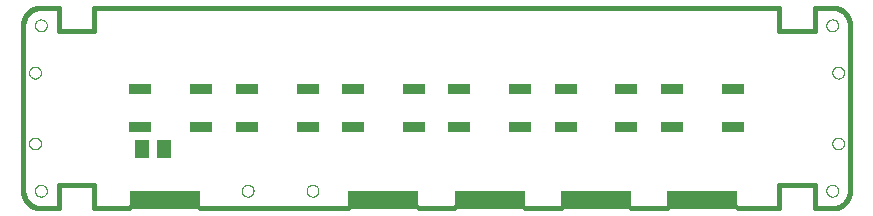
<source format=gtp>
G75*
%MOIN*%
%OFA0B0*%
%FSLAX25Y25*%
%IPPOS*%
%LPD*%
%AMOC8*
5,1,8,0,0,1.08239X$1,22.5*
%
%ADD10C,0.01600*%
%ADD11C,0.00000*%
%ADD12C,0.01200*%
%ADD13R,0.07600X0.03800*%
%ADD14R,0.23622X0.05906*%
%ADD15R,0.05118X0.06299*%
D10*
X0049997Y0025656D02*
X0055902Y0025656D01*
X0055902Y0033530D01*
X0067713Y0033530D01*
X0067713Y0025656D01*
X0079524Y0025656D01*
X0103146Y0025656D02*
X0152359Y0025656D01*
X0175981Y0025656D02*
X0187792Y0025656D01*
X0211414Y0025656D02*
X0223225Y0025656D01*
X0246847Y0025656D02*
X0258658Y0025656D01*
X0282280Y0025656D02*
X0296060Y0025656D01*
X0296060Y0033530D01*
X0307871Y0033530D01*
X0307871Y0025656D01*
X0313776Y0025656D01*
X0313776Y0025655D02*
X0313928Y0025657D01*
X0314080Y0025663D01*
X0314232Y0025673D01*
X0314383Y0025686D01*
X0314534Y0025704D01*
X0314685Y0025725D01*
X0314835Y0025751D01*
X0314984Y0025780D01*
X0315133Y0025813D01*
X0315280Y0025850D01*
X0315427Y0025890D01*
X0315572Y0025935D01*
X0315716Y0025983D01*
X0315859Y0026035D01*
X0316001Y0026090D01*
X0316141Y0026149D01*
X0316280Y0026212D01*
X0316417Y0026278D01*
X0316552Y0026348D01*
X0316685Y0026421D01*
X0316816Y0026498D01*
X0316946Y0026578D01*
X0317073Y0026661D01*
X0317198Y0026747D01*
X0317321Y0026837D01*
X0317441Y0026930D01*
X0317559Y0027026D01*
X0317675Y0027125D01*
X0317788Y0027227D01*
X0317898Y0027331D01*
X0318006Y0027439D01*
X0318110Y0027549D01*
X0318212Y0027662D01*
X0318311Y0027778D01*
X0318407Y0027896D01*
X0318500Y0028016D01*
X0318590Y0028139D01*
X0318676Y0028264D01*
X0318759Y0028391D01*
X0318839Y0028521D01*
X0318916Y0028652D01*
X0318989Y0028785D01*
X0319059Y0028920D01*
X0319125Y0029057D01*
X0319188Y0029196D01*
X0319247Y0029336D01*
X0319302Y0029478D01*
X0319354Y0029621D01*
X0319402Y0029765D01*
X0319447Y0029910D01*
X0319487Y0030057D01*
X0319524Y0030204D01*
X0319557Y0030353D01*
X0319586Y0030502D01*
X0319612Y0030652D01*
X0319633Y0030803D01*
X0319651Y0030954D01*
X0319664Y0031105D01*
X0319674Y0031257D01*
X0319680Y0031409D01*
X0319682Y0031561D01*
X0319682Y0086679D01*
X0319680Y0086831D01*
X0319674Y0086983D01*
X0319664Y0087135D01*
X0319651Y0087286D01*
X0319633Y0087437D01*
X0319612Y0087588D01*
X0319586Y0087738D01*
X0319557Y0087887D01*
X0319524Y0088036D01*
X0319487Y0088183D01*
X0319447Y0088330D01*
X0319402Y0088475D01*
X0319354Y0088619D01*
X0319302Y0088762D01*
X0319247Y0088904D01*
X0319188Y0089044D01*
X0319125Y0089183D01*
X0319059Y0089320D01*
X0318989Y0089455D01*
X0318916Y0089588D01*
X0318839Y0089719D01*
X0318759Y0089849D01*
X0318676Y0089976D01*
X0318590Y0090101D01*
X0318500Y0090224D01*
X0318407Y0090344D01*
X0318311Y0090462D01*
X0318212Y0090578D01*
X0318110Y0090691D01*
X0318006Y0090801D01*
X0317898Y0090909D01*
X0317788Y0091013D01*
X0317675Y0091115D01*
X0317559Y0091214D01*
X0317441Y0091310D01*
X0317321Y0091403D01*
X0317198Y0091493D01*
X0317073Y0091579D01*
X0316946Y0091662D01*
X0316816Y0091742D01*
X0316685Y0091819D01*
X0316552Y0091892D01*
X0316417Y0091962D01*
X0316280Y0092028D01*
X0316141Y0092091D01*
X0316001Y0092150D01*
X0315859Y0092205D01*
X0315716Y0092257D01*
X0315572Y0092305D01*
X0315427Y0092350D01*
X0315280Y0092390D01*
X0315133Y0092427D01*
X0314984Y0092460D01*
X0314835Y0092489D01*
X0314685Y0092515D01*
X0314534Y0092536D01*
X0314383Y0092554D01*
X0314232Y0092567D01*
X0314080Y0092577D01*
X0313928Y0092583D01*
X0313776Y0092585D01*
X0307871Y0092585D01*
X0307871Y0084711D01*
X0296060Y0084711D01*
X0296060Y0092585D01*
X0067713Y0092585D01*
X0067713Y0084711D01*
X0055902Y0084711D01*
X0055902Y0092585D01*
X0049997Y0092585D01*
X0049845Y0092583D01*
X0049693Y0092577D01*
X0049541Y0092567D01*
X0049390Y0092554D01*
X0049239Y0092536D01*
X0049088Y0092515D01*
X0048938Y0092489D01*
X0048789Y0092460D01*
X0048640Y0092427D01*
X0048493Y0092390D01*
X0048346Y0092350D01*
X0048201Y0092305D01*
X0048057Y0092257D01*
X0047914Y0092205D01*
X0047772Y0092150D01*
X0047632Y0092091D01*
X0047493Y0092028D01*
X0047356Y0091962D01*
X0047221Y0091892D01*
X0047088Y0091819D01*
X0046957Y0091742D01*
X0046827Y0091662D01*
X0046700Y0091579D01*
X0046575Y0091493D01*
X0046452Y0091403D01*
X0046332Y0091310D01*
X0046214Y0091214D01*
X0046098Y0091115D01*
X0045985Y0091013D01*
X0045875Y0090909D01*
X0045767Y0090801D01*
X0045663Y0090691D01*
X0045561Y0090578D01*
X0045462Y0090462D01*
X0045366Y0090344D01*
X0045273Y0090224D01*
X0045183Y0090101D01*
X0045097Y0089976D01*
X0045014Y0089849D01*
X0044934Y0089719D01*
X0044857Y0089588D01*
X0044784Y0089455D01*
X0044714Y0089320D01*
X0044648Y0089183D01*
X0044585Y0089044D01*
X0044526Y0088904D01*
X0044471Y0088762D01*
X0044419Y0088619D01*
X0044371Y0088475D01*
X0044326Y0088330D01*
X0044286Y0088183D01*
X0044249Y0088036D01*
X0044216Y0087887D01*
X0044187Y0087738D01*
X0044161Y0087588D01*
X0044140Y0087437D01*
X0044122Y0087286D01*
X0044109Y0087135D01*
X0044099Y0086983D01*
X0044093Y0086831D01*
X0044091Y0086679D01*
X0044091Y0031561D01*
X0044093Y0031409D01*
X0044099Y0031257D01*
X0044109Y0031105D01*
X0044122Y0030954D01*
X0044140Y0030803D01*
X0044161Y0030652D01*
X0044187Y0030502D01*
X0044216Y0030353D01*
X0044249Y0030204D01*
X0044286Y0030057D01*
X0044326Y0029910D01*
X0044371Y0029765D01*
X0044419Y0029621D01*
X0044471Y0029478D01*
X0044526Y0029336D01*
X0044585Y0029196D01*
X0044648Y0029057D01*
X0044714Y0028920D01*
X0044784Y0028785D01*
X0044857Y0028652D01*
X0044934Y0028521D01*
X0045014Y0028391D01*
X0045097Y0028264D01*
X0045183Y0028139D01*
X0045273Y0028016D01*
X0045366Y0027896D01*
X0045462Y0027778D01*
X0045561Y0027662D01*
X0045663Y0027549D01*
X0045767Y0027439D01*
X0045875Y0027331D01*
X0045985Y0027227D01*
X0046098Y0027125D01*
X0046214Y0027026D01*
X0046332Y0026930D01*
X0046452Y0026837D01*
X0046575Y0026747D01*
X0046700Y0026661D01*
X0046827Y0026578D01*
X0046957Y0026498D01*
X0047088Y0026421D01*
X0047221Y0026348D01*
X0047356Y0026278D01*
X0047493Y0026212D01*
X0047632Y0026149D01*
X0047772Y0026090D01*
X0047914Y0026035D01*
X0048057Y0025983D01*
X0048201Y0025935D01*
X0048346Y0025890D01*
X0048493Y0025850D01*
X0048640Y0025813D01*
X0048789Y0025780D01*
X0048938Y0025751D01*
X0049088Y0025725D01*
X0049239Y0025704D01*
X0049390Y0025686D01*
X0049541Y0025673D01*
X0049693Y0025663D01*
X0049845Y0025657D01*
X0049997Y0025655D01*
D11*
X0048028Y0031561D02*
X0048030Y0031649D01*
X0048036Y0031737D01*
X0048046Y0031825D01*
X0048060Y0031913D01*
X0048077Y0031999D01*
X0048099Y0032085D01*
X0048124Y0032169D01*
X0048154Y0032253D01*
X0048186Y0032335D01*
X0048223Y0032415D01*
X0048263Y0032494D01*
X0048307Y0032571D01*
X0048354Y0032646D01*
X0048404Y0032718D01*
X0048458Y0032789D01*
X0048514Y0032856D01*
X0048574Y0032922D01*
X0048636Y0032984D01*
X0048702Y0033044D01*
X0048769Y0033100D01*
X0048840Y0033154D01*
X0048912Y0033204D01*
X0048987Y0033251D01*
X0049064Y0033295D01*
X0049143Y0033335D01*
X0049223Y0033372D01*
X0049305Y0033404D01*
X0049389Y0033434D01*
X0049473Y0033459D01*
X0049559Y0033481D01*
X0049645Y0033498D01*
X0049733Y0033512D01*
X0049821Y0033522D01*
X0049909Y0033528D01*
X0049997Y0033530D01*
X0050085Y0033528D01*
X0050173Y0033522D01*
X0050261Y0033512D01*
X0050349Y0033498D01*
X0050435Y0033481D01*
X0050521Y0033459D01*
X0050605Y0033434D01*
X0050689Y0033404D01*
X0050771Y0033372D01*
X0050851Y0033335D01*
X0050930Y0033295D01*
X0051007Y0033251D01*
X0051082Y0033204D01*
X0051154Y0033154D01*
X0051225Y0033100D01*
X0051292Y0033044D01*
X0051358Y0032984D01*
X0051420Y0032922D01*
X0051480Y0032856D01*
X0051536Y0032789D01*
X0051590Y0032718D01*
X0051640Y0032646D01*
X0051687Y0032571D01*
X0051731Y0032494D01*
X0051771Y0032415D01*
X0051808Y0032335D01*
X0051840Y0032253D01*
X0051870Y0032169D01*
X0051895Y0032085D01*
X0051917Y0031999D01*
X0051934Y0031913D01*
X0051948Y0031825D01*
X0051958Y0031737D01*
X0051964Y0031649D01*
X0051966Y0031561D01*
X0051964Y0031473D01*
X0051958Y0031385D01*
X0051948Y0031297D01*
X0051934Y0031209D01*
X0051917Y0031123D01*
X0051895Y0031037D01*
X0051870Y0030953D01*
X0051840Y0030869D01*
X0051808Y0030787D01*
X0051771Y0030707D01*
X0051731Y0030628D01*
X0051687Y0030551D01*
X0051640Y0030476D01*
X0051590Y0030404D01*
X0051536Y0030333D01*
X0051480Y0030266D01*
X0051420Y0030200D01*
X0051358Y0030138D01*
X0051292Y0030078D01*
X0051225Y0030022D01*
X0051154Y0029968D01*
X0051082Y0029918D01*
X0051007Y0029871D01*
X0050930Y0029827D01*
X0050851Y0029787D01*
X0050771Y0029750D01*
X0050689Y0029718D01*
X0050605Y0029688D01*
X0050521Y0029663D01*
X0050435Y0029641D01*
X0050349Y0029624D01*
X0050261Y0029610D01*
X0050173Y0029600D01*
X0050085Y0029594D01*
X0049997Y0029592D01*
X0049909Y0029594D01*
X0049821Y0029600D01*
X0049733Y0029610D01*
X0049645Y0029624D01*
X0049559Y0029641D01*
X0049473Y0029663D01*
X0049389Y0029688D01*
X0049305Y0029718D01*
X0049223Y0029750D01*
X0049143Y0029787D01*
X0049064Y0029827D01*
X0048987Y0029871D01*
X0048912Y0029918D01*
X0048840Y0029968D01*
X0048769Y0030022D01*
X0048702Y0030078D01*
X0048636Y0030138D01*
X0048574Y0030200D01*
X0048514Y0030266D01*
X0048458Y0030333D01*
X0048404Y0030404D01*
X0048354Y0030476D01*
X0048307Y0030551D01*
X0048263Y0030628D01*
X0048223Y0030707D01*
X0048186Y0030787D01*
X0048154Y0030869D01*
X0048124Y0030953D01*
X0048099Y0031037D01*
X0048077Y0031123D01*
X0048060Y0031209D01*
X0048046Y0031297D01*
X0048036Y0031385D01*
X0048030Y0031473D01*
X0048028Y0031561D01*
X0046059Y0047309D02*
X0046061Y0047397D01*
X0046067Y0047485D01*
X0046077Y0047573D01*
X0046091Y0047661D01*
X0046108Y0047747D01*
X0046130Y0047833D01*
X0046155Y0047917D01*
X0046185Y0048001D01*
X0046217Y0048083D01*
X0046254Y0048163D01*
X0046294Y0048242D01*
X0046338Y0048319D01*
X0046385Y0048394D01*
X0046435Y0048466D01*
X0046489Y0048537D01*
X0046545Y0048604D01*
X0046605Y0048670D01*
X0046667Y0048732D01*
X0046733Y0048792D01*
X0046800Y0048848D01*
X0046871Y0048902D01*
X0046943Y0048952D01*
X0047018Y0048999D01*
X0047095Y0049043D01*
X0047174Y0049083D01*
X0047254Y0049120D01*
X0047336Y0049152D01*
X0047420Y0049182D01*
X0047504Y0049207D01*
X0047590Y0049229D01*
X0047676Y0049246D01*
X0047764Y0049260D01*
X0047852Y0049270D01*
X0047940Y0049276D01*
X0048028Y0049278D01*
X0048116Y0049276D01*
X0048204Y0049270D01*
X0048292Y0049260D01*
X0048380Y0049246D01*
X0048466Y0049229D01*
X0048552Y0049207D01*
X0048636Y0049182D01*
X0048720Y0049152D01*
X0048802Y0049120D01*
X0048882Y0049083D01*
X0048961Y0049043D01*
X0049038Y0048999D01*
X0049113Y0048952D01*
X0049185Y0048902D01*
X0049256Y0048848D01*
X0049323Y0048792D01*
X0049389Y0048732D01*
X0049451Y0048670D01*
X0049511Y0048604D01*
X0049567Y0048537D01*
X0049621Y0048466D01*
X0049671Y0048394D01*
X0049718Y0048319D01*
X0049762Y0048242D01*
X0049802Y0048163D01*
X0049839Y0048083D01*
X0049871Y0048001D01*
X0049901Y0047917D01*
X0049926Y0047833D01*
X0049948Y0047747D01*
X0049965Y0047661D01*
X0049979Y0047573D01*
X0049989Y0047485D01*
X0049995Y0047397D01*
X0049997Y0047309D01*
X0049995Y0047221D01*
X0049989Y0047133D01*
X0049979Y0047045D01*
X0049965Y0046957D01*
X0049948Y0046871D01*
X0049926Y0046785D01*
X0049901Y0046701D01*
X0049871Y0046617D01*
X0049839Y0046535D01*
X0049802Y0046455D01*
X0049762Y0046376D01*
X0049718Y0046299D01*
X0049671Y0046224D01*
X0049621Y0046152D01*
X0049567Y0046081D01*
X0049511Y0046014D01*
X0049451Y0045948D01*
X0049389Y0045886D01*
X0049323Y0045826D01*
X0049256Y0045770D01*
X0049185Y0045716D01*
X0049113Y0045666D01*
X0049038Y0045619D01*
X0048961Y0045575D01*
X0048882Y0045535D01*
X0048802Y0045498D01*
X0048720Y0045466D01*
X0048636Y0045436D01*
X0048552Y0045411D01*
X0048466Y0045389D01*
X0048380Y0045372D01*
X0048292Y0045358D01*
X0048204Y0045348D01*
X0048116Y0045342D01*
X0048028Y0045340D01*
X0047940Y0045342D01*
X0047852Y0045348D01*
X0047764Y0045358D01*
X0047676Y0045372D01*
X0047590Y0045389D01*
X0047504Y0045411D01*
X0047420Y0045436D01*
X0047336Y0045466D01*
X0047254Y0045498D01*
X0047174Y0045535D01*
X0047095Y0045575D01*
X0047018Y0045619D01*
X0046943Y0045666D01*
X0046871Y0045716D01*
X0046800Y0045770D01*
X0046733Y0045826D01*
X0046667Y0045886D01*
X0046605Y0045948D01*
X0046545Y0046014D01*
X0046489Y0046081D01*
X0046435Y0046152D01*
X0046385Y0046224D01*
X0046338Y0046299D01*
X0046294Y0046376D01*
X0046254Y0046455D01*
X0046217Y0046535D01*
X0046185Y0046617D01*
X0046155Y0046701D01*
X0046130Y0046785D01*
X0046108Y0046871D01*
X0046091Y0046957D01*
X0046077Y0047045D01*
X0046067Y0047133D01*
X0046061Y0047221D01*
X0046059Y0047309D01*
X0046059Y0070931D02*
X0046061Y0071019D01*
X0046067Y0071107D01*
X0046077Y0071195D01*
X0046091Y0071283D01*
X0046108Y0071369D01*
X0046130Y0071455D01*
X0046155Y0071539D01*
X0046185Y0071623D01*
X0046217Y0071705D01*
X0046254Y0071785D01*
X0046294Y0071864D01*
X0046338Y0071941D01*
X0046385Y0072016D01*
X0046435Y0072088D01*
X0046489Y0072159D01*
X0046545Y0072226D01*
X0046605Y0072292D01*
X0046667Y0072354D01*
X0046733Y0072414D01*
X0046800Y0072470D01*
X0046871Y0072524D01*
X0046943Y0072574D01*
X0047018Y0072621D01*
X0047095Y0072665D01*
X0047174Y0072705D01*
X0047254Y0072742D01*
X0047336Y0072774D01*
X0047420Y0072804D01*
X0047504Y0072829D01*
X0047590Y0072851D01*
X0047676Y0072868D01*
X0047764Y0072882D01*
X0047852Y0072892D01*
X0047940Y0072898D01*
X0048028Y0072900D01*
X0048116Y0072898D01*
X0048204Y0072892D01*
X0048292Y0072882D01*
X0048380Y0072868D01*
X0048466Y0072851D01*
X0048552Y0072829D01*
X0048636Y0072804D01*
X0048720Y0072774D01*
X0048802Y0072742D01*
X0048882Y0072705D01*
X0048961Y0072665D01*
X0049038Y0072621D01*
X0049113Y0072574D01*
X0049185Y0072524D01*
X0049256Y0072470D01*
X0049323Y0072414D01*
X0049389Y0072354D01*
X0049451Y0072292D01*
X0049511Y0072226D01*
X0049567Y0072159D01*
X0049621Y0072088D01*
X0049671Y0072016D01*
X0049718Y0071941D01*
X0049762Y0071864D01*
X0049802Y0071785D01*
X0049839Y0071705D01*
X0049871Y0071623D01*
X0049901Y0071539D01*
X0049926Y0071455D01*
X0049948Y0071369D01*
X0049965Y0071283D01*
X0049979Y0071195D01*
X0049989Y0071107D01*
X0049995Y0071019D01*
X0049997Y0070931D01*
X0049995Y0070843D01*
X0049989Y0070755D01*
X0049979Y0070667D01*
X0049965Y0070579D01*
X0049948Y0070493D01*
X0049926Y0070407D01*
X0049901Y0070323D01*
X0049871Y0070239D01*
X0049839Y0070157D01*
X0049802Y0070077D01*
X0049762Y0069998D01*
X0049718Y0069921D01*
X0049671Y0069846D01*
X0049621Y0069774D01*
X0049567Y0069703D01*
X0049511Y0069636D01*
X0049451Y0069570D01*
X0049389Y0069508D01*
X0049323Y0069448D01*
X0049256Y0069392D01*
X0049185Y0069338D01*
X0049113Y0069288D01*
X0049038Y0069241D01*
X0048961Y0069197D01*
X0048882Y0069157D01*
X0048802Y0069120D01*
X0048720Y0069088D01*
X0048636Y0069058D01*
X0048552Y0069033D01*
X0048466Y0069011D01*
X0048380Y0068994D01*
X0048292Y0068980D01*
X0048204Y0068970D01*
X0048116Y0068964D01*
X0048028Y0068962D01*
X0047940Y0068964D01*
X0047852Y0068970D01*
X0047764Y0068980D01*
X0047676Y0068994D01*
X0047590Y0069011D01*
X0047504Y0069033D01*
X0047420Y0069058D01*
X0047336Y0069088D01*
X0047254Y0069120D01*
X0047174Y0069157D01*
X0047095Y0069197D01*
X0047018Y0069241D01*
X0046943Y0069288D01*
X0046871Y0069338D01*
X0046800Y0069392D01*
X0046733Y0069448D01*
X0046667Y0069508D01*
X0046605Y0069570D01*
X0046545Y0069636D01*
X0046489Y0069703D01*
X0046435Y0069774D01*
X0046385Y0069846D01*
X0046338Y0069921D01*
X0046294Y0069998D01*
X0046254Y0070077D01*
X0046217Y0070157D01*
X0046185Y0070239D01*
X0046155Y0070323D01*
X0046130Y0070407D01*
X0046108Y0070493D01*
X0046091Y0070579D01*
X0046077Y0070667D01*
X0046067Y0070755D01*
X0046061Y0070843D01*
X0046059Y0070931D01*
X0048028Y0086679D02*
X0048030Y0086767D01*
X0048036Y0086855D01*
X0048046Y0086943D01*
X0048060Y0087031D01*
X0048077Y0087117D01*
X0048099Y0087203D01*
X0048124Y0087287D01*
X0048154Y0087371D01*
X0048186Y0087453D01*
X0048223Y0087533D01*
X0048263Y0087612D01*
X0048307Y0087689D01*
X0048354Y0087764D01*
X0048404Y0087836D01*
X0048458Y0087907D01*
X0048514Y0087974D01*
X0048574Y0088040D01*
X0048636Y0088102D01*
X0048702Y0088162D01*
X0048769Y0088218D01*
X0048840Y0088272D01*
X0048912Y0088322D01*
X0048987Y0088369D01*
X0049064Y0088413D01*
X0049143Y0088453D01*
X0049223Y0088490D01*
X0049305Y0088522D01*
X0049389Y0088552D01*
X0049473Y0088577D01*
X0049559Y0088599D01*
X0049645Y0088616D01*
X0049733Y0088630D01*
X0049821Y0088640D01*
X0049909Y0088646D01*
X0049997Y0088648D01*
X0050085Y0088646D01*
X0050173Y0088640D01*
X0050261Y0088630D01*
X0050349Y0088616D01*
X0050435Y0088599D01*
X0050521Y0088577D01*
X0050605Y0088552D01*
X0050689Y0088522D01*
X0050771Y0088490D01*
X0050851Y0088453D01*
X0050930Y0088413D01*
X0051007Y0088369D01*
X0051082Y0088322D01*
X0051154Y0088272D01*
X0051225Y0088218D01*
X0051292Y0088162D01*
X0051358Y0088102D01*
X0051420Y0088040D01*
X0051480Y0087974D01*
X0051536Y0087907D01*
X0051590Y0087836D01*
X0051640Y0087764D01*
X0051687Y0087689D01*
X0051731Y0087612D01*
X0051771Y0087533D01*
X0051808Y0087453D01*
X0051840Y0087371D01*
X0051870Y0087287D01*
X0051895Y0087203D01*
X0051917Y0087117D01*
X0051934Y0087031D01*
X0051948Y0086943D01*
X0051958Y0086855D01*
X0051964Y0086767D01*
X0051966Y0086679D01*
X0051964Y0086591D01*
X0051958Y0086503D01*
X0051948Y0086415D01*
X0051934Y0086327D01*
X0051917Y0086241D01*
X0051895Y0086155D01*
X0051870Y0086071D01*
X0051840Y0085987D01*
X0051808Y0085905D01*
X0051771Y0085825D01*
X0051731Y0085746D01*
X0051687Y0085669D01*
X0051640Y0085594D01*
X0051590Y0085522D01*
X0051536Y0085451D01*
X0051480Y0085384D01*
X0051420Y0085318D01*
X0051358Y0085256D01*
X0051292Y0085196D01*
X0051225Y0085140D01*
X0051154Y0085086D01*
X0051082Y0085036D01*
X0051007Y0084989D01*
X0050930Y0084945D01*
X0050851Y0084905D01*
X0050771Y0084868D01*
X0050689Y0084836D01*
X0050605Y0084806D01*
X0050521Y0084781D01*
X0050435Y0084759D01*
X0050349Y0084742D01*
X0050261Y0084728D01*
X0050173Y0084718D01*
X0050085Y0084712D01*
X0049997Y0084710D01*
X0049909Y0084712D01*
X0049821Y0084718D01*
X0049733Y0084728D01*
X0049645Y0084742D01*
X0049559Y0084759D01*
X0049473Y0084781D01*
X0049389Y0084806D01*
X0049305Y0084836D01*
X0049223Y0084868D01*
X0049143Y0084905D01*
X0049064Y0084945D01*
X0048987Y0084989D01*
X0048912Y0085036D01*
X0048840Y0085086D01*
X0048769Y0085140D01*
X0048702Y0085196D01*
X0048636Y0085256D01*
X0048574Y0085318D01*
X0048514Y0085384D01*
X0048458Y0085451D01*
X0048404Y0085522D01*
X0048354Y0085594D01*
X0048307Y0085669D01*
X0048263Y0085746D01*
X0048223Y0085825D01*
X0048186Y0085905D01*
X0048154Y0085987D01*
X0048124Y0086071D01*
X0048099Y0086155D01*
X0048077Y0086241D01*
X0048060Y0086327D01*
X0048046Y0086415D01*
X0048036Y0086503D01*
X0048030Y0086591D01*
X0048028Y0086679D01*
X0116925Y0031561D02*
X0116927Y0031649D01*
X0116933Y0031737D01*
X0116943Y0031825D01*
X0116957Y0031913D01*
X0116974Y0031999D01*
X0116996Y0032085D01*
X0117021Y0032169D01*
X0117051Y0032253D01*
X0117083Y0032335D01*
X0117120Y0032415D01*
X0117160Y0032494D01*
X0117204Y0032571D01*
X0117251Y0032646D01*
X0117301Y0032718D01*
X0117355Y0032789D01*
X0117411Y0032856D01*
X0117471Y0032922D01*
X0117533Y0032984D01*
X0117599Y0033044D01*
X0117666Y0033100D01*
X0117737Y0033154D01*
X0117809Y0033204D01*
X0117884Y0033251D01*
X0117961Y0033295D01*
X0118040Y0033335D01*
X0118120Y0033372D01*
X0118202Y0033404D01*
X0118286Y0033434D01*
X0118370Y0033459D01*
X0118456Y0033481D01*
X0118542Y0033498D01*
X0118630Y0033512D01*
X0118718Y0033522D01*
X0118806Y0033528D01*
X0118894Y0033530D01*
X0118982Y0033528D01*
X0119070Y0033522D01*
X0119158Y0033512D01*
X0119246Y0033498D01*
X0119332Y0033481D01*
X0119418Y0033459D01*
X0119502Y0033434D01*
X0119586Y0033404D01*
X0119668Y0033372D01*
X0119748Y0033335D01*
X0119827Y0033295D01*
X0119904Y0033251D01*
X0119979Y0033204D01*
X0120051Y0033154D01*
X0120122Y0033100D01*
X0120189Y0033044D01*
X0120255Y0032984D01*
X0120317Y0032922D01*
X0120377Y0032856D01*
X0120433Y0032789D01*
X0120487Y0032718D01*
X0120537Y0032646D01*
X0120584Y0032571D01*
X0120628Y0032494D01*
X0120668Y0032415D01*
X0120705Y0032335D01*
X0120737Y0032253D01*
X0120767Y0032169D01*
X0120792Y0032085D01*
X0120814Y0031999D01*
X0120831Y0031913D01*
X0120845Y0031825D01*
X0120855Y0031737D01*
X0120861Y0031649D01*
X0120863Y0031561D01*
X0120861Y0031473D01*
X0120855Y0031385D01*
X0120845Y0031297D01*
X0120831Y0031209D01*
X0120814Y0031123D01*
X0120792Y0031037D01*
X0120767Y0030953D01*
X0120737Y0030869D01*
X0120705Y0030787D01*
X0120668Y0030707D01*
X0120628Y0030628D01*
X0120584Y0030551D01*
X0120537Y0030476D01*
X0120487Y0030404D01*
X0120433Y0030333D01*
X0120377Y0030266D01*
X0120317Y0030200D01*
X0120255Y0030138D01*
X0120189Y0030078D01*
X0120122Y0030022D01*
X0120051Y0029968D01*
X0119979Y0029918D01*
X0119904Y0029871D01*
X0119827Y0029827D01*
X0119748Y0029787D01*
X0119668Y0029750D01*
X0119586Y0029718D01*
X0119502Y0029688D01*
X0119418Y0029663D01*
X0119332Y0029641D01*
X0119246Y0029624D01*
X0119158Y0029610D01*
X0119070Y0029600D01*
X0118982Y0029594D01*
X0118894Y0029592D01*
X0118806Y0029594D01*
X0118718Y0029600D01*
X0118630Y0029610D01*
X0118542Y0029624D01*
X0118456Y0029641D01*
X0118370Y0029663D01*
X0118286Y0029688D01*
X0118202Y0029718D01*
X0118120Y0029750D01*
X0118040Y0029787D01*
X0117961Y0029827D01*
X0117884Y0029871D01*
X0117809Y0029918D01*
X0117737Y0029968D01*
X0117666Y0030022D01*
X0117599Y0030078D01*
X0117533Y0030138D01*
X0117471Y0030200D01*
X0117411Y0030266D01*
X0117355Y0030333D01*
X0117301Y0030404D01*
X0117251Y0030476D01*
X0117204Y0030551D01*
X0117160Y0030628D01*
X0117120Y0030707D01*
X0117083Y0030787D01*
X0117051Y0030869D01*
X0117021Y0030953D01*
X0116996Y0031037D01*
X0116974Y0031123D01*
X0116957Y0031209D01*
X0116943Y0031297D01*
X0116933Y0031385D01*
X0116927Y0031473D01*
X0116925Y0031561D01*
X0138579Y0031561D02*
X0138581Y0031649D01*
X0138587Y0031737D01*
X0138597Y0031825D01*
X0138611Y0031913D01*
X0138628Y0031999D01*
X0138650Y0032085D01*
X0138675Y0032169D01*
X0138705Y0032253D01*
X0138737Y0032335D01*
X0138774Y0032415D01*
X0138814Y0032494D01*
X0138858Y0032571D01*
X0138905Y0032646D01*
X0138955Y0032718D01*
X0139009Y0032789D01*
X0139065Y0032856D01*
X0139125Y0032922D01*
X0139187Y0032984D01*
X0139253Y0033044D01*
X0139320Y0033100D01*
X0139391Y0033154D01*
X0139463Y0033204D01*
X0139538Y0033251D01*
X0139615Y0033295D01*
X0139694Y0033335D01*
X0139774Y0033372D01*
X0139856Y0033404D01*
X0139940Y0033434D01*
X0140024Y0033459D01*
X0140110Y0033481D01*
X0140196Y0033498D01*
X0140284Y0033512D01*
X0140372Y0033522D01*
X0140460Y0033528D01*
X0140548Y0033530D01*
X0140636Y0033528D01*
X0140724Y0033522D01*
X0140812Y0033512D01*
X0140900Y0033498D01*
X0140986Y0033481D01*
X0141072Y0033459D01*
X0141156Y0033434D01*
X0141240Y0033404D01*
X0141322Y0033372D01*
X0141402Y0033335D01*
X0141481Y0033295D01*
X0141558Y0033251D01*
X0141633Y0033204D01*
X0141705Y0033154D01*
X0141776Y0033100D01*
X0141843Y0033044D01*
X0141909Y0032984D01*
X0141971Y0032922D01*
X0142031Y0032856D01*
X0142087Y0032789D01*
X0142141Y0032718D01*
X0142191Y0032646D01*
X0142238Y0032571D01*
X0142282Y0032494D01*
X0142322Y0032415D01*
X0142359Y0032335D01*
X0142391Y0032253D01*
X0142421Y0032169D01*
X0142446Y0032085D01*
X0142468Y0031999D01*
X0142485Y0031913D01*
X0142499Y0031825D01*
X0142509Y0031737D01*
X0142515Y0031649D01*
X0142517Y0031561D01*
X0142515Y0031473D01*
X0142509Y0031385D01*
X0142499Y0031297D01*
X0142485Y0031209D01*
X0142468Y0031123D01*
X0142446Y0031037D01*
X0142421Y0030953D01*
X0142391Y0030869D01*
X0142359Y0030787D01*
X0142322Y0030707D01*
X0142282Y0030628D01*
X0142238Y0030551D01*
X0142191Y0030476D01*
X0142141Y0030404D01*
X0142087Y0030333D01*
X0142031Y0030266D01*
X0141971Y0030200D01*
X0141909Y0030138D01*
X0141843Y0030078D01*
X0141776Y0030022D01*
X0141705Y0029968D01*
X0141633Y0029918D01*
X0141558Y0029871D01*
X0141481Y0029827D01*
X0141402Y0029787D01*
X0141322Y0029750D01*
X0141240Y0029718D01*
X0141156Y0029688D01*
X0141072Y0029663D01*
X0140986Y0029641D01*
X0140900Y0029624D01*
X0140812Y0029610D01*
X0140724Y0029600D01*
X0140636Y0029594D01*
X0140548Y0029592D01*
X0140460Y0029594D01*
X0140372Y0029600D01*
X0140284Y0029610D01*
X0140196Y0029624D01*
X0140110Y0029641D01*
X0140024Y0029663D01*
X0139940Y0029688D01*
X0139856Y0029718D01*
X0139774Y0029750D01*
X0139694Y0029787D01*
X0139615Y0029827D01*
X0139538Y0029871D01*
X0139463Y0029918D01*
X0139391Y0029968D01*
X0139320Y0030022D01*
X0139253Y0030078D01*
X0139187Y0030138D01*
X0139125Y0030200D01*
X0139065Y0030266D01*
X0139009Y0030333D01*
X0138955Y0030404D01*
X0138905Y0030476D01*
X0138858Y0030551D01*
X0138814Y0030628D01*
X0138774Y0030707D01*
X0138737Y0030787D01*
X0138705Y0030869D01*
X0138675Y0030953D01*
X0138650Y0031037D01*
X0138628Y0031123D01*
X0138611Y0031209D01*
X0138597Y0031297D01*
X0138587Y0031385D01*
X0138581Y0031473D01*
X0138579Y0031561D01*
X0311807Y0031561D02*
X0311809Y0031649D01*
X0311815Y0031737D01*
X0311825Y0031825D01*
X0311839Y0031913D01*
X0311856Y0031999D01*
X0311878Y0032085D01*
X0311903Y0032169D01*
X0311933Y0032253D01*
X0311965Y0032335D01*
X0312002Y0032415D01*
X0312042Y0032494D01*
X0312086Y0032571D01*
X0312133Y0032646D01*
X0312183Y0032718D01*
X0312237Y0032789D01*
X0312293Y0032856D01*
X0312353Y0032922D01*
X0312415Y0032984D01*
X0312481Y0033044D01*
X0312548Y0033100D01*
X0312619Y0033154D01*
X0312691Y0033204D01*
X0312766Y0033251D01*
X0312843Y0033295D01*
X0312922Y0033335D01*
X0313002Y0033372D01*
X0313084Y0033404D01*
X0313168Y0033434D01*
X0313252Y0033459D01*
X0313338Y0033481D01*
X0313424Y0033498D01*
X0313512Y0033512D01*
X0313600Y0033522D01*
X0313688Y0033528D01*
X0313776Y0033530D01*
X0313864Y0033528D01*
X0313952Y0033522D01*
X0314040Y0033512D01*
X0314128Y0033498D01*
X0314214Y0033481D01*
X0314300Y0033459D01*
X0314384Y0033434D01*
X0314468Y0033404D01*
X0314550Y0033372D01*
X0314630Y0033335D01*
X0314709Y0033295D01*
X0314786Y0033251D01*
X0314861Y0033204D01*
X0314933Y0033154D01*
X0315004Y0033100D01*
X0315071Y0033044D01*
X0315137Y0032984D01*
X0315199Y0032922D01*
X0315259Y0032856D01*
X0315315Y0032789D01*
X0315369Y0032718D01*
X0315419Y0032646D01*
X0315466Y0032571D01*
X0315510Y0032494D01*
X0315550Y0032415D01*
X0315587Y0032335D01*
X0315619Y0032253D01*
X0315649Y0032169D01*
X0315674Y0032085D01*
X0315696Y0031999D01*
X0315713Y0031913D01*
X0315727Y0031825D01*
X0315737Y0031737D01*
X0315743Y0031649D01*
X0315745Y0031561D01*
X0315743Y0031473D01*
X0315737Y0031385D01*
X0315727Y0031297D01*
X0315713Y0031209D01*
X0315696Y0031123D01*
X0315674Y0031037D01*
X0315649Y0030953D01*
X0315619Y0030869D01*
X0315587Y0030787D01*
X0315550Y0030707D01*
X0315510Y0030628D01*
X0315466Y0030551D01*
X0315419Y0030476D01*
X0315369Y0030404D01*
X0315315Y0030333D01*
X0315259Y0030266D01*
X0315199Y0030200D01*
X0315137Y0030138D01*
X0315071Y0030078D01*
X0315004Y0030022D01*
X0314933Y0029968D01*
X0314861Y0029918D01*
X0314786Y0029871D01*
X0314709Y0029827D01*
X0314630Y0029787D01*
X0314550Y0029750D01*
X0314468Y0029718D01*
X0314384Y0029688D01*
X0314300Y0029663D01*
X0314214Y0029641D01*
X0314128Y0029624D01*
X0314040Y0029610D01*
X0313952Y0029600D01*
X0313864Y0029594D01*
X0313776Y0029592D01*
X0313688Y0029594D01*
X0313600Y0029600D01*
X0313512Y0029610D01*
X0313424Y0029624D01*
X0313338Y0029641D01*
X0313252Y0029663D01*
X0313168Y0029688D01*
X0313084Y0029718D01*
X0313002Y0029750D01*
X0312922Y0029787D01*
X0312843Y0029827D01*
X0312766Y0029871D01*
X0312691Y0029918D01*
X0312619Y0029968D01*
X0312548Y0030022D01*
X0312481Y0030078D01*
X0312415Y0030138D01*
X0312353Y0030200D01*
X0312293Y0030266D01*
X0312237Y0030333D01*
X0312183Y0030404D01*
X0312133Y0030476D01*
X0312086Y0030551D01*
X0312042Y0030628D01*
X0312002Y0030707D01*
X0311965Y0030787D01*
X0311933Y0030869D01*
X0311903Y0030953D01*
X0311878Y0031037D01*
X0311856Y0031123D01*
X0311839Y0031209D01*
X0311825Y0031297D01*
X0311815Y0031385D01*
X0311809Y0031473D01*
X0311807Y0031561D01*
X0313776Y0047309D02*
X0313778Y0047397D01*
X0313784Y0047485D01*
X0313794Y0047573D01*
X0313808Y0047661D01*
X0313825Y0047747D01*
X0313847Y0047833D01*
X0313872Y0047917D01*
X0313902Y0048001D01*
X0313934Y0048083D01*
X0313971Y0048163D01*
X0314011Y0048242D01*
X0314055Y0048319D01*
X0314102Y0048394D01*
X0314152Y0048466D01*
X0314206Y0048537D01*
X0314262Y0048604D01*
X0314322Y0048670D01*
X0314384Y0048732D01*
X0314450Y0048792D01*
X0314517Y0048848D01*
X0314588Y0048902D01*
X0314660Y0048952D01*
X0314735Y0048999D01*
X0314812Y0049043D01*
X0314891Y0049083D01*
X0314971Y0049120D01*
X0315053Y0049152D01*
X0315137Y0049182D01*
X0315221Y0049207D01*
X0315307Y0049229D01*
X0315393Y0049246D01*
X0315481Y0049260D01*
X0315569Y0049270D01*
X0315657Y0049276D01*
X0315745Y0049278D01*
X0315833Y0049276D01*
X0315921Y0049270D01*
X0316009Y0049260D01*
X0316097Y0049246D01*
X0316183Y0049229D01*
X0316269Y0049207D01*
X0316353Y0049182D01*
X0316437Y0049152D01*
X0316519Y0049120D01*
X0316599Y0049083D01*
X0316678Y0049043D01*
X0316755Y0048999D01*
X0316830Y0048952D01*
X0316902Y0048902D01*
X0316973Y0048848D01*
X0317040Y0048792D01*
X0317106Y0048732D01*
X0317168Y0048670D01*
X0317228Y0048604D01*
X0317284Y0048537D01*
X0317338Y0048466D01*
X0317388Y0048394D01*
X0317435Y0048319D01*
X0317479Y0048242D01*
X0317519Y0048163D01*
X0317556Y0048083D01*
X0317588Y0048001D01*
X0317618Y0047917D01*
X0317643Y0047833D01*
X0317665Y0047747D01*
X0317682Y0047661D01*
X0317696Y0047573D01*
X0317706Y0047485D01*
X0317712Y0047397D01*
X0317714Y0047309D01*
X0317712Y0047221D01*
X0317706Y0047133D01*
X0317696Y0047045D01*
X0317682Y0046957D01*
X0317665Y0046871D01*
X0317643Y0046785D01*
X0317618Y0046701D01*
X0317588Y0046617D01*
X0317556Y0046535D01*
X0317519Y0046455D01*
X0317479Y0046376D01*
X0317435Y0046299D01*
X0317388Y0046224D01*
X0317338Y0046152D01*
X0317284Y0046081D01*
X0317228Y0046014D01*
X0317168Y0045948D01*
X0317106Y0045886D01*
X0317040Y0045826D01*
X0316973Y0045770D01*
X0316902Y0045716D01*
X0316830Y0045666D01*
X0316755Y0045619D01*
X0316678Y0045575D01*
X0316599Y0045535D01*
X0316519Y0045498D01*
X0316437Y0045466D01*
X0316353Y0045436D01*
X0316269Y0045411D01*
X0316183Y0045389D01*
X0316097Y0045372D01*
X0316009Y0045358D01*
X0315921Y0045348D01*
X0315833Y0045342D01*
X0315745Y0045340D01*
X0315657Y0045342D01*
X0315569Y0045348D01*
X0315481Y0045358D01*
X0315393Y0045372D01*
X0315307Y0045389D01*
X0315221Y0045411D01*
X0315137Y0045436D01*
X0315053Y0045466D01*
X0314971Y0045498D01*
X0314891Y0045535D01*
X0314812Y0045575D01*
X0314735Y0045619D01*
X0314660Y0045666D01*
X0314588Y0045716D01*
X0314517Y0045770D01*
X0314450Y0045826D01*
X0314384Y0045886D01*
X0314322Y0045948D01*
X0314262Y0046014D01*
X0314206Y0046081D01*
X0314152Y0046152D01*
X0314102Y0046224D01*
X0314055Y0046299D01*
X0314011Y0046376D01*
X0313971Y0046455D01*
X0313934Y0046535D01*
X0313902Y0046617D01*
X0313872Y0046701D01*
X0313847Y0046785D01*
X0313825Y0046871D01*
X0313808Y0046957D01*
X0313794Y0047045D01*
X0313784Y0047133D01*
X0313778Y0047221D01*
X0313776Y0047309D01*
X0313776Y0070931D02*
X0313778Y0071019D01*
X0313784Y0071107D01*
X0313794Y0071195D01*
X0313808Y0071283D01*
X0313825Y0071369D01*
X0313847Y0071455D01*
X0313872Y0071539D01*
X0313902Y0071623D01*
X0313934Y0071705D01*
X0313971Y0071785D01*
X0314011Y0071864D01*
X0314055Y0071941D01*
X0314102Y0072016D01*
X0314152Y0072088D01*
X0314206Y0072159D01*
X0314262Y0072226D01*
X0314322Y0072292D01*
X0314384Y0072354D01*
X0314450Y0072414D01*
X0314517Y0072470D01*
X0314588Y0072524D01*
X0314660Y0072574D01*
X0314735Y0072621D01*
X0314812Y0072665D01*
X0314891Y0072705D01*
X0314971Y0072742D01*
X0315053Y0072774D01*
X0315137Y0072804D01*
X0315221Y0072829D01*
X0315307Y0072851D01*
X0315393Y0072868D01*
X0315481Y0072882D01*
X0315569Y0072892D01*
X0315657Y0072898D01*
X0315745Y0072900D01*
X0315833Y0072898D01*
X0315921Y0072892D01*
X0316009Y0072882D01*
X0316097Y0072868D01*
X0316183Y0072851D01*
X0316269Y0072829D01*
X0316353Y0072804D01*
X0316437Y0072774D01*
X0316519Y0072742D01*
X0316599Y0072705D01*
X0316678Y0072665D01*
X0316755Y0072621D01*
X0316830Y0072574D01*
X0316902Y0072524D01*
X0316973Y0072470D01*
X0317040Y0072414D01*
X0317106Y0072354D01*
X0317168Y0072292D01*
X0317228Y0072226D01*
X0317284Y0072159D01*
X0317338Y0072088D01*
X0317388Y0072016D01*
X0317435Y0071941D01*
X0317479Y0071864D01*
X0317519Y0071785D01*
X0317556Y0071705D01*
X0317588Y0071623D01*
X0317618Y0071539D01*
X0317643Y0071455D01*
X0317665Y0071369D01*
X0317682Y0071283D01*
X0317696Y0071195D01*
X0317706Y0071107D01*
X0317712Y0071019D01*
X0317714Y0070931D01*
X0317712Y0070843D01*
X0317706Y0070755D01*
X0317696Y0070667D01*
X0317682Y0070579D01*
X0317665Y0070493D01*
X0317643Y0070407D01*
X0317618Y0070323D01*
X0317588Y0070239D01*
X0317556Y0070157D01*
X0317519Y0070077D01*
X0317479Y0069998D01*
X0317435Y0069921D01*
X0317388Y0069846D01*
X0317338Y0069774D01*
X0317284Y0069703D01*
X0317228Y0069636D01*
X0317168Y0069570D01*
X0317106Y0069508D01*
X0317040Y0069448D01*
X0316973Y0069392D01*
X0316902Y0069338D01*
X0316830Y0069288D01*
X0316755Y0069241D01*
X0316678Y0069197D01*
X0316599Y0069157D01*
X0316519Y0069120D01*
X0316437Y0069088D01*
X0316353Y0069058D01*
X0316269Y0069033D01*
X0316183Y0069011D01*
X0316097Y0068994D01*
X0316009Y0068980D01*
X0315921Y0068970D01*
X0315833Y0068964D01*
X0315745Y0068962D01*
X0315657Y0068964D01*
X0315569Y0068970D01*
X0315481Y0068980D01*
X0315393Y0068994D01*
X0315307Y0069011D01*
X0315221Y0069033D01*
X0315137Y0069058D01*
X0315053Y0069088D01*
X0314971Y0069120D01*
X0314891Y0069157D01*
X0314812Y0069197D01*
X0314735Y0069241D01*
X0314660Y0069288D01*
X0314588Y0069338D01*
X0314517Y0069392D01*
X0314450Y0069448D01*
X0314384Y0069508D01*
X0314322Y0069570D01*
X0314262Y0069636D01*
X0314206Y0069703D01*
X0314152Y0069774D01*
X0314102Y0069846D01*
X0314055Y0069921D01*
X0314011Y0069998D01*
X0313971Y0070077D01*
X0313934Y0070157D01*
X0313902Y0070239D01*
X0313872Y0070323D01*
X0313847Y0070407D01*
X0313825Y0070493D01*
X0313808Y0070579D01*
X0313794Y0070667D01*
X0313784Y0070755D01*
X0313778Y0070843D01*
X0313776Y0070931D01*
X0311807Y0086679D02*
X0311809Y0086767D01*
X0311815Y0086855D01*
X0311825Y0086943D01*
X0311839Y0087031D01*
X0311856Y0087117D01*
X0311878Y0087203D01*
X0311903Y0087287D01*
X0311933Y0087371D01*
X0311965Y0087453D01*
X0312002Y0087533D01*
X0312042Y0087612D01*
X0312086Y0087689D01*
X0312133Y0087764D01*
X0312183Y0087836D01*
X0312237Y0087907D01*
X0312293Y0087974D01*
X0312353Y0088040D01*
X0312415Y0088102D01*
X0312481Y0088162D01*
X0312548Y0088218D01*
X0312619Y0088272D01*
X0312691Y0088322D01*
X0312766Y0088369D01*
X0312843Y0088413D01*
X0312922Y0088453D01*
X0313002Y0088490D01*
X0313084Y0088522D01*
X0313168Y0088552D01*
X0313252Y0088577D01*
X0313338Y0088599D01*
X0313424Y0088616D01*
X0313512Y0088630D01*
X0313600Y0088640D01*
X0313688Y0088646D01*
X0313776Y0088648D01*
X0313864Y0088646D01*
X0313952Y0088640D01*
X0314040Y0088630D01*
X0314128Y0088616D01*
X0314214Y0088599D01*
X0314300Y0088577D01*
X0314384Y0088552D01*
X0314468Y0088522D01*
X0314550Y0088490D01*
X0314630Y0088453D01*
X0314709Y0088413D01*
X0314786Y0088369D01*
X0314861Y0088322D01*
X0314933Y0088272D01*
X0315004Y0088218D01*
X0315071Y0088162D01*
X0315137Y0088102D01*
X0315199Y0088040D01*
X0315259Y0087974D01*
X0315315Y0087907D01*
X0315369Y0087836D01*
X0315419Y0087764D01*
X0315466Y0087689D01*
X0315510Y0087612D01*
X0315550Y0087533D01*
X0315587Y0087453D01*
X0315619Y0087371D01*
X0315649Y0087287D01*
X0315674Y0087203D01*
X0315696Y0087117D01*
X0315713Y0087031D01*
X0315727Y0086943D01*
X0315737Y0086855D01*
X0315743Y0086767D01*
X0315745Y0086679D01*
X0315743Y0086591D01*
X0315737Y0086503D01*
X0315727Y0086415D01*
X0315713Y0086327D01*
X0315696Y0086241D01*
X0315674Y0086155D01*
X0315649Y0086071D01*
X0315619Y0085987D01*
X0315587Y0085905D01*
X0315550Y0085825D01*
X0315510Y0085746D01*
X0315466Y0085669D01*
X0315419Y0085594D01*
X0315369Y0085522D01*
X0315315Y0085451D01*
X0315259Y0085384D01*
X0315199Y0085318D01*
X0315137Y0085256D01*
X0315071Y0085196D01*
X0315004Y0085140D01*
X0314933Y0085086D01*
X0314861Y0085036D01*
X0314786Y0084989D01*
X0314709Y0084945D01*
X0314630Y0084905D01*
X0314550Y0084868D01*
X0314468Y0084836D01*
X0314384Y0084806D01*
X0314300Y0084781D01*
X0314214Y0084759D01*
X0314128Y0084742D01*
X0314040Y0084728D01*
X0313952Y0084718D01*
X0313864Y0084712D01*
X0313776Y0084710D01*
X0313688Y0084712D01*
X0313600Y0084718D01*
X0313512Y0084728D01*
X0313424Y0084742D01*
X0313338Y0084759D01*
X0313252Y0084781D01*
X0313168Y0084806D01*
X0313084Y0084836D01*
X0313002Y0084868D01*
X0312922Y0084905D01*
X0312843Y0084945D01*
X0312766Y0084989D01*
X0312691Y0085036D01*
X0312619Y0085086D01*
X0312548Y0085140D01*
X0312481Y0085196D01*
X0312415Y0085256D01*
X0312353Y0085318D01*
X0312293Y0085384D01*
X0312237Y0085451D01*
X0312183Y0085522D01*
X0312133Y0085594D01*
X0312086Y0085669D01*
X0312042Y0085746D01*
X0312002Y0085825D01*
X0311965Y0085905D01*
X0311933Y0085987D01*
X0311903Y0086071D01*
X0311878Y0086155D01*
X0311856Y0086241D01*
X0311839Y0086327D01*
X0311825Y0086415D01*
X0311815Y0086503D01*
X0311809Y0086591D01*
X0311807Y0086679D01*
D12*
X0280312Y0027624D02*
X0260627Y0027624D01*
X0258658Y0025656D01*
X0246847Y0025656D02*
X0244879Y0027624D01*
X0225194Y0027624D01*
X0223225Y0025656D01*
X0211414Y0025656D02*
X0209446Y0027624D01*
X0189760Y0027624D01*
X0187792Y0025656D01*
X0175981Y0025656D02*
X0174012Y0027624D01*
X0154327Y0027624D01*
X0152359Y0025656D01*
X0103146Y0025656D02*
X0101178Y0027624D01*
X0081493Y0027624D01*
X0079524Y0025656D01*
X0280312Y0027624D02*
X0282280Y0025656D01*
D13*
X0280615Y0052821D03*
X0260323Y0052821D03*
X0245182Y0052821D03*
X0224890Y0052821D03*
X0209749Y0052821D03*
X0189457Y0052821D03*
X0174316Y0052821D03*
X0154024Y0052821D03*
X0138883Y0052821D03*
X0118591Y0052821D03*
X0103449Y0052821D03*
X0083158Y0052821D03*
X0083158Y0065419D03*
X0103449Y0065419D03*
X0118591Y0065419D03*
X0138883Y0065419D03*
X0154024Y0065419D03*
X0174316Y0065419D03*
X0189457Y0065419D03*
X0209749Y0065419D03*
X0224890Y0065419D03*
X0245182Y0065419D03*
X0260323Y0065419D03*
X0280615Y0065419D03*
D14*
X0270469Y0028608D03*
X0235036Y0028608D03*
X0199603Y0028608D03*
X0164170Y0028608D03*
X0091335Y0028608D03*
D15*
X0091138Y0045341D03*
X0083658Y0045341D03*
M02*

</source>
